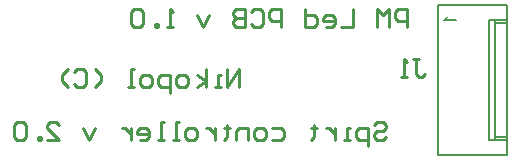
<source format=gbo>
%FSLAX24Y24*%
%MOIN*%
G70*
G01*
G75*
G04 Layer_Color=32896*
%ADD10R,0.0551X0.0374*%
%ADD11R,0.0551X0.0354*%
%ADD12C,0.0197*%
%ADD13C,0.1063*%
%ADD14O,0.0787X0.0709*%
%ADD15C,0.0098*%
%ADD16C,0.0079*%
%ADD17C,0.0100*%
%ADD18R,0.0631X0.0454*%
%ADD19R,0.0631X0.0434*%
%ADD20C,0.1143*%
%ADD21O,0.0867X0.0789*%
%ADD22C,0.0059*%
D16*
X54600Y19350D02*
X56884D01*
X54600Y14350D02*
Y19350D01*
Y14350D02*
X56884D01*
Y19350D01*
X56281Y18850D02*
X56884D01*
X56281Y14850D02*
Y18850D01*
Y14850D02*
X56884D01*
X56490D02*
Y18850D01*
Y18743D02*
X56884D01*
X56490Y14957D02*
X56884D01*
D17*
X47950Y16600D02*
Y17200D01*
X47550Y16600D01*
Y17200D01*
X47350Y16600D02*
X47150D01*
X47250D01*
Y17000D01*
X47350D01*
X46850Y16600D02*
Y17200D01*
Y16800D02*
X46550Y17000D01*
X46850Y16800D02*
X46550Y16600D01*
X46151D02*
X45951D01*
X45851Y16700D01*
Y16900D01*
X45951Y17000D01*
X46151D01*
X46251Y16900D01*
Y16700D01*
X46151Y16600D01*
X45651Y16400D02*
Y17000D01*
X45351D01*
X45251Y16900D01*
Y16700D01*
X45351Y16600D01*
X45651D01*
X44951D02*
X44751D01*
X44651Y16700D01*
Y16900D01*
X44751Y17000D01*
X44951D01*
X45051Y16900D01*
Y16700D01*
X44951Y16600D01*
X44451D02*
X44251D01*
X44351D01*
Y17200D01*
X44451D01*
X43152Y16600D02*
X43351Y16800D01*
Y17000D01*
X43152Y17200D01*
X42452Y17100D02*
X42552Y17200D01*
X42752D01*
X42852Y17100D01*
Y16700D01*
X42752Y16600D01*
X42552D01*
X42452Y16700D01*
X42252Y16600D02*
X42052Y16800D01*
Y17000D01*
X42252Y17200D01*
X53550Y18600D02*
Y19200D01*
X53250D01*
X53150Y19100D01*
Y18900D01*
X53250Y18800D01*
X53550D01*
X52950Y18600D02*
Y19200D01*
X52750Y19000D01*
X52550Y19200D01*
Y18600D01*
X51751Y19200D02*
Y18600D01*
X51351D01*
X50851D02*
X51051D01*
X51151Y18700D01*
Y18900D01*
X51051Y19000D01*
X50851D01*
X50751Y18900D01*
Y18800D01*
X51151D01*
X50151Y19200D02*
Y18600D01*
X50451D01*
X50551Y18700D01*
Y18900D01*
X50451Y19000D01*
X50151D01*
X49351Y18600D02*
Y19200D01*
X49051D01*
X48951Y19100D01*
Y18900D01*
X49051Y18800D01*
X49351D01*
X48352Y19100D02*
X48452Y19200D01*
X48652D01*
X48752Y19100D01*
Y18700D01*
X48652Y18600D01*
X48452D01*
X48352Y18700D01*
X48152Y19200D02*
Y18600D01*
X47852D01*
X47752Y18700D01*
Y18800D01*
X47852Y18900D01*
X48152D01*
X47852D01*
X47752Y19000D01*
Y19100D01*
X47852Y19200D01*
X48152D01*
X46952Y19000D02*
X46752Y18600D01*
X46552Y19000D01*
X45753Y18600D02*
X45553D01*
X45653D01*
Y19200D01*
X45753Y19100D01*
X45253Y18600D02*
Y18700D01*
X45153D01*
Y18600D01*
X45253D01*
X44753Y19100D02*
X44653Y19200D01*
X44453D01*
X44353Y19100D01*
Y18700D01*
X44453Y18600D01*
X44653D01*
X44753Y18700D01*
Y19100D01*
X52450Y15350D02*
X52550Y15450D01*
X52750D01*
X52850Y15350D01*
Y15250D01*
X52750Y15150D01*
X52550D01*
X52450Y15050D01*
Y14950D01*
X52550Y14850D01*
X52750D01*
X52850Y14950D01*
X52250Y14650D02*
Y15250D01*
X51950D01*
X51850Y15150D01*
Y14950D01*
X51950Y14850D01*
X52250D01*
X51650D02*
X51450D01*
X51550D01*
Y15250D01*
X51650D01*
X51151D02*
Y14850D01*
Y15050D01*
X51051Y15150D01*
X50951Y15250D01*
X50851D01*
X50451Y15350D02*
Y15250D01*
X50551D01*
X50351D01*
X50451D01*
Y14950D01*
X50351Y14850D01*
X49051Y15250D02*
X49351D01*
X49451Y15150D01*
Y14950D01*
X49351Y14850D01*
X49051D01*
X48751D02*
X48551D01*
X48451Y14950D01*
Y15150D01*
X48551Y15250D01*
X48751D01*
X48851Y15150D01*
Y14950D01*
X48751Y14850D01*
X48251D02*
Y15250D01*
X47952D01*
X47852Y15150D01*
Y14850D01*
X47552Y15350D02*
Y15250D01*
X47652D01*
X47452D01*
X47552D01*
Y14950D01*
X47452Y14850D01*
X47152Y15250D02*
Y14850D01*
Y15050D01*
X47052Y15150D01*
X46952Y15250D01*
X46852D01*
X46452Y14850D02*
X46252D01*
X46152Y14950D01*
Y15150D01*
X46252Y15250D01*
X46452D01*
X46552Y15150D01*
Y14950D01*
X46452Y14850D01*
X45952D02*
X45752D01*
X45852D01*
Y15450D01*
X45952D01*
X45452Y14850D02*
X45252D01*
X45352D01*
Y15450D01*
X45452D01*
X44653Y14850D02*
X44853D01*
X44953Y14950D01*
Y15150D01*
X44853Y15250D01*
X44653D01*
X44553Y15150D01*
Y15050D01*
X44953D01*
X44353Y15250D02*
Y14850D01*
Y15050D01*
X44253Y15150D01*
X44153Y15250D01*
X44053D01*
X43153D02*
X42953Y14850D01*
X42753Y15250D01*
X41554Y14850D02*
X41954D01*
X41554Y15250D01*
Y15350D01*
X41654Y15450D01*
X41854D01*
X41954Y15350D01*
X41354Y14850D02*
Y14950D01*
X41254D01*
Y14850D01*
X41354D01*
X40854Y15350D02*
X40754Y15450D01*
X40554D01*
X40454Y15350D01*
Y14950D01*
X40554Y14850D01*
X40754D01*
X40854Y14950D01*
Y15350D01*
X53750Y17550D02*
X53950D01*
X53850D01*
Y17050D01*
X53950Y16950D01*
X54050D01*
X54150Y17050D01*
X53550Y16950D02*
X53350D01*
X53450D01*
Y17550D01*
X53550Y17450D01*
D22*
X54880Y18937D02*
X54861Y18899D01*
X54805Y18843D01*
X55199D01*
M02*

</source>
